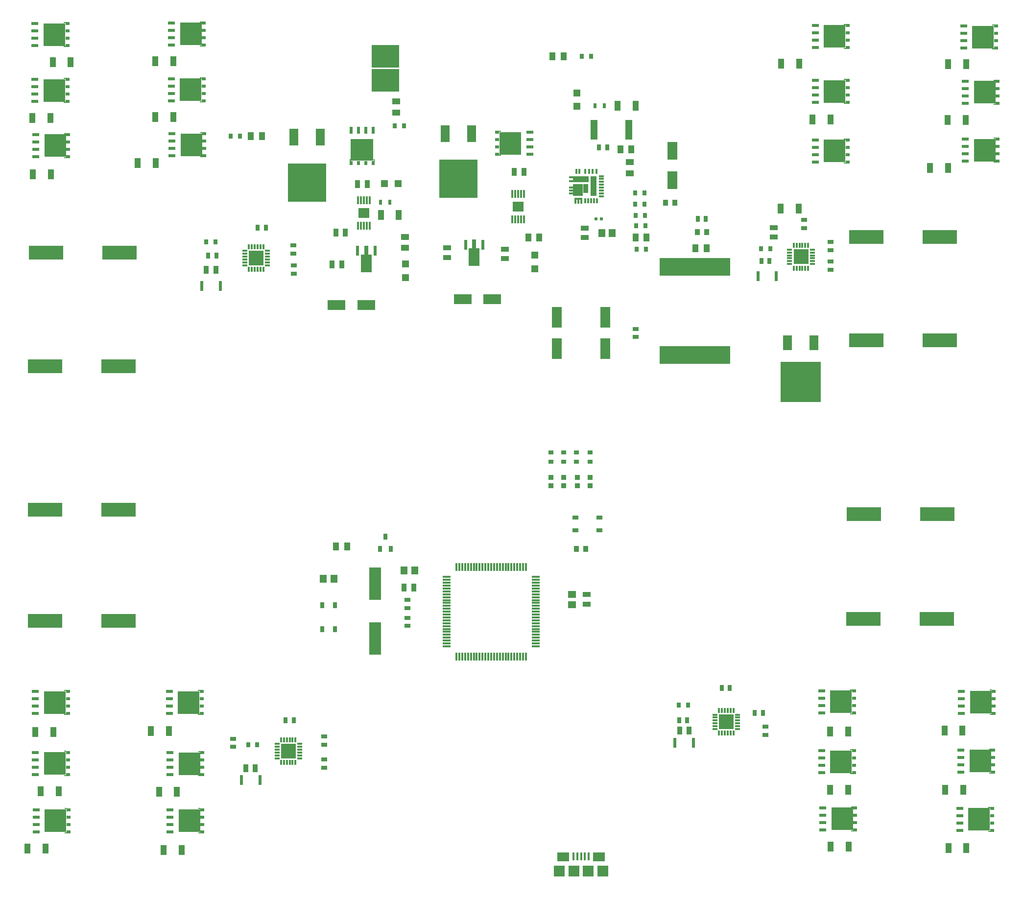
<source format=gtp>
G04 #@! TF.GenerationSoftware,KiCad,Pcbnew,7.0.8*
G04 #@! TF.CreationDate,2023-11-03T15:57:49-04:00*
G04 #@! TF.ProjectId,GoodBotControlBoard,476f6f64-426f-4744-936f-6e74726f6c42,rev?*
G04 #@! TF.SameCoordinates,Original*
G04 #@! TF.FileFunction,Paste,Top*
G04 #@! TF.FilePolarity,Positive*
%FSLAX46Y46*%
G04 Gerber Fmt 4.6, Leading zero omitted, Abs format (unit mm)*
G04 Created by KiCad (PCBNEW 7.0.8) date 2023-11-03 15:57:49*
%MOMM*%
%LPD*%
G01*
G04 APERTURE LIST*
%ADD10R,12.150000X3.050000*%
%ADD11R,0.800000X0.950000*%
%ADD12R,1.450000X1.000000*%
%ADD13R,4.850000X3.900000*%
%ADD14R,1.000000X1.450000*%
%ADD15R,1.050000X1.800000*%
%ADD16R,0.950000X1.000000*%
%ADD17R,0.990000X0.780000*%
%ADD18R,1.430000X0.940000*%
%ADD19R,1.800000X3.600000*%
%ADD20R,0.960000X1.390000*%
%ADD21R,0.620000X1.820000*%
%ADD22R,1.250000X3.350000*%
%ADD23R,0.350000X0.950000*%
%ADD24R,0.650000X0.350000*%
%ADD25R,0.350000X0.650000*%
%ADD26R,0.950000X0.350000*%
%ADD27R,1.100000X3.400000*%
%ADD28R,2.700000X1.100000*%
%ADD29R,1.730000X2.100000*%
%ADD30R,0.970000X1.520000*%
%ADD31R,1.350000X0.300000*%
%ADD32R,0.780000X0.990000*%
%ADD33R,0.600000X0.620000*%
%ADD34R,0.950000X0.800000*%
%ADD35R,0.900000X0.300000*%
%ADD36R,0.300000X0.900000*%
%ADD37R,2.600000X2.600000*%
%ADD38R,0.300000X1.425000*%
%ADD39R,1.880000X1.680000*%
%ADD40R,1.270000X0.610000*%
%ADD41R,0.710000X0.610000*%
%ADD42R,3.810000X3.910000*%
%ADD43R,0.310000X0.255000*%
%ADD44R,0.580000X1.730000*%
%ADD45R,0.760000X1.500000*%
%ADD46R,1.933000X3.030000*%
%ADD47R,0.950000X0.950000*%
%ADD48R,6.000000X2.350000*%
%ADD49R,3.150000X1.800000*%
%ADD50R,1.150000X1.450000*%
%ADD51R,0.650000X1.050000*%
%ADD52R,0.940000X1.430000*%
%ADD53R,1.050000X0.650000*%
%ADD54R,1.450000X1.150000*%
%ADD55R,0.650000X1.100000*%
%ADD56R,1.150000X1.150000*%
%ADD57R,1.390000X0.960000*%
%ADD58R,1.600000X3.000000*%
%ADD59R,6.700000X6.700000*%
%ADD60R,2.100000X5.600000*%
%ADD61R,0.540000X0.940000*%
%ADD62R,1.475000X0.300000*%
%ADD63R,0.300000X1.475000*%
%ADD64R,1.500000X2.500000*%
%ADD65R,7.000000X7.000000*%
%ADD66R,0.400000X1.350000*%
%ADD67R,2.100000X1.600000*%
%ADD68R,1.900000X1.900000*%
%ADD69R,0.610000X1.270000*%
%ADD70R,0.610000X0.710000*%
%ADD71R,3.910000X3.810000*%
%ADD72R,0.255000X0.310000*%
%ADD73R,1.800000X3.150000*%
G04 APERTURE END LIST*
D10*
G04 #@! TO.C,L1*
X149733000Y-76327000D03*
X149733000Y-61127000D03*
G04 #@! TD*
D11*
G04 #@! TO.C,R58*
X97904400Y-36728400D03*
X99504400Y-36728400D03*
G04 #@! TD*
D12*
G04 #@! TO.C,R57*
X98145600Y-34427200D03*
X98145600Y-32527200D03*
G04 #@! TD*
D13*
G04 #@! TO.C,R56*
X96215200Y-28888800D03*
X96215200Y-24688800D03*
G04 #@! TD*
D14*
G04 #@! TO.C,R55*
X89646800Y-109474000D03*
X87746800Y-109474000D03*
G04 #@! TD*
D15*
G04 #@! TO.C,R32*
X38837200Y-141528800D03*
X35737200Y-141528800D03*
G04 #@! TD*
G04 #@! TO.C,R31*
X58801600Y-141376400D03*
X55701600Y-141376400D03*
G04 #@! TD*
G04 #@! TO.C,R30*
X39751600Y-151841200D03*
X36651600Y-151841200D03*
G04 #@! TD*
G04 #@! TO.C,R29*
X60224000Y-151892000D03*
X57124000Y-151892000D03*
G04 #@! TD*
G04 #@! TO.C,R28*
X37465600Y-161696400D03*
X34365600Y-161696400D03*
G04 #@! TD*
G04 #@! TO.C,R27*
X57910800Y-162001200D03*
X61010800Y-162001200D03*
G04 #@! TD*
G04 #@! TO.C,R25*
X173176000Y-141478000D03*
X176276000Y-141478000D03*
G04 #@! TD*
G04 #@! TO.C,R24*
X192912400Y-141325600D03*
X196012400Y-141325600D03*
G04 #@! TD*
G04 #@! TO.C,R23*
X176276000Y-151587200D03*
X173176000Y-151587200D03*
G04 #@! TD*
G04 #@! TO.C,R22*
X193064800Y-151587200D03*
X196164800Y-151587200D03*
G04 #@! TD*
G04 #@! TO.C,R21*
X173226800Y-161340800D03*
X176326800Y-161340800D03*
G04 #@! TD*
G04 #@! TO.C,R20*
X193597600Y-161594800D03*
X196697600Y-161594800D03*
G04 #@! TD*
G04 #@! TO.C,R18*
X164692400Y-25958800D03*
X167792400Y-25958800D03*
G04 #@! TD*
G04 #@! TO.C,R17*
X193546800Y-26111200D03*
X196646800Y-26111200D03*
G04 #@! TD*
G04 #@! TO.C,R16*
X170103200Y-35661600D03*
X173203200Y-35661600D03*
G04 #@! TD*
G04 #@! TO.C,R15*
X193445200Y-35763200D03*
X196545200Y-35763200D03*
G04 #@! TD*
G04 #@! TO.C,R14*
X164601600Y-51037400D03*
X167701600Y-51037400D03*
G04 #@! TD*
G04 #@! TO.C,R13*
X190397200Y-43992800D03*
X193497200Y-43992800D03*
G04 #@! TD*
G04 #@! TO.C,R11*
X41834400Y-25755600D03*
X38734400Y-25755600D03*
G04 #@! TD*
G04 #@! TO.C,R10*
X53415600Y-43180000D03*
X56515600Y-43180000D03*
G04 #@! TD*
G04 #@! TO.C,R9*
X59563600Y-25603200D03*
X56463600Y-25603200D03*
G04 #@! TD*
G04 #@! TO.C,R8*
X38329200Y-35356800D03*
X35229200Y-35356800D03*
G04 #@! TD*
G04 #@! TO.C,R7*
X59589600Y-35255200D03*
X56489600Y-35255200D03*
G04 #@! TD*
G04 #@! TO.C,R6*
X38430800Y-45110400D03*
X35330800Y-45110400D03*
G04 #@! TD*
D16*
G04 #@! TO.C,C7*
X130911600Y-109880400D03*
X129311600Y-109880400D03*
G04 #@! TD*
D17*
G04 #@! TO.C,C24*
X173234200Y-58234200D03*
X173234200Y-56834200D03*
G04 #@! TD*
D11*
G04 #@! TO.C,R5*
X65277800Y-56804400D03*
X66877800Y-56804400D03*
G04 #@! TD*
D18*
G04 #@! TO.C,C58*
X106895000Y-57841000D03*
X106895000Y-59481000D03*
G04 #@! TD*
D19*
G04 #@! TO.C,C41*
X125895000Y-75241000D03*
X125895000Y-69841000D03*
G04 #@! TD*
D20*
G04 #@! TO.C,C28*
X148735400Y-141264600D03*
X147115400Y-141264600D03*
G04 #@! TD*
D21*
G04 #@! TO.C,C10*
X67715800Y-64404400D03*
X64515800Y-64404400D03*
G04 #@! TD*
D22*
G04 #@! TO.C,R37*
X138295000Y-37441000D03*
X132295000Y-37441000D03*
G04 #@! TD*
D23*
G04 #@! TO.C,IC7*
X132745000Y-44641000D03*
X132095000Y-44641000D03*
X131445000Y-44641000D03*
X130795000Y-44641000D03*
X129795000Y-44641000D03*
X129295000Y-44641000D03*
D24*
X128370000Y-45647000D03*
X128370000Y-46297000D03*
X128370000Y-47427000D03*
X128370000Y-47927000D03*
X128370000Y-48427000D03*
D25*
X129145000Y-49842000D03*
X129645000Y-49842000D03*
X130145000Y-49842000D03*
D23*
X130795000Y-49692000D03*
X131295000Y-49692000D03*
X131795000Y-49692000D03*
X132295000Y-49692000D03*
X132795000Y-49692000D03*
D26*
X133570000Y-48916000D03*
X133570000Y-48416000D03*
X133570000Y-47916000D03*
X133570000Y-47416000D03*
X133570000Y-46916000D03*
X133570000Y-46416000D03*
X133570000Y-45916000D03*
X133570000Y-45416000D03*
D27*
X132245000Y-47117000D03*
D28*
X130045000Y-45967000D03*
D29*
X129560000Y-47867000D03*
D30*
X130910000Y-47577000D03*
D31*
X129645000Y-49367000D03*
G04 #@! TD*
D11*
G04 #@! TO.C,R41*
X139662000Y-58039000D03*
X141262000Y-58039000D03*
G04 #@! TD*
D32*
G04 #@! TO.C,C31*
X155792400Y-133959600D03*
X154392400Y-133959600D03*
G04 #@! TD*
G04 #@! TO.C,C15*
X75578800Y-54356400D03*
X74178800Y-54356400D03*
G04 #@! TD*
D33*
G04 #@! TO.C,C51*
X132684000Y-52841000D03*
X133604000Y-52841000D03*
G04 #@! TD*
D34*
G04 #@! TO.C,R3*
X129280000Y-93195000D03*
X129280000Y-94795000D03*
G04 #@! TD*
D35*
G04 #@! TO.C,IC5*
X153220400Y-138556600D03*
X153220400Y-139056600D03*
X153220400Y-139556600D03*
X153220400Y-140056600D03*
X153220400Y-140556600D03*
X153220400Y-141056600D03*
D36*
X153920400Y-141756600D03*
X154420400Y-141756600D03*
X154920400Y-141756600D03*
X155420400Y-141756600D03*
X155920400Y-141756600D03*
X156420400Y-141756600D03*
D35*
X157120400Y-141056600D03*
X157120400Y-140556600D03*
X157120400Y-140056600D03*
X157120400Y-139556600D03*
X157120400Y-139056600D03*
X157120400Y-138556600D03*
D36*
X156420400Y-137856600D03*
X155920400Y-137856600D03*
X155420400Y-137856600D03*
X154920400Y-137856600D03*
X154420400Y-137856600D03*
X153920400Y-137856600D03*
D37*
X155170400Y-139806600D03*
G04 #@! TD*
D38*
G04 #@! TO.C,IC11*
X118195000Y-52893000D03*
X118695000Y-52893000D03*
X119195000Y-52893000D03*
X119695000Y-52893000D03*
X120195000Y-52893000D03*
X120195000Y-48469000D03*
X119695000Y-48469000D03*
X119195000Y-48469000D03*
X118695000Y-48469000D03*
X118195000Y-48469000D03*
D39*
X119195000Y-50681000D03*
G04 #@! TD*
D11*
G04 #@! TO.C,R39*
X139497000Y-52197000D03*
X141097000Y-52197000D03*
G04 #@! TD*
D35*
G04 #@! TO.C,IC3*
X71932800Y-58358400D03*
X71932800Y-58858400D03*
X71932800Y-59358400D03*
X71932800Y-59858400D03*
X71932800Y-60358400D03*
X71932800Y-60858400D03*
D36*
X72632800Y-61558400D03*
X73132800Y-61558400D03*
X73632800Y-61558400D03*
X74132800Y-61558400D03*
X74632800Y-61558400D03*
X75132800Y-61558400D03*
D35*
X75832800Y-60858400D03*
X75832800Y-60358400D03*
X75832800Y-59858400D03*
X75832800Y-59358400D03*
X75832800Y-58858400D03*
X75832800Y-58358400D03*
D36*
X75132800Y-57658400D03*
X74632800Y-57658400D03*
X74132800Y-57658400D03*
X73632800Y-57658400D03*
X73132800Y-57658400D03*
X72632800Y-57658400D03*
D37*
X73882800Y-59608400D03*
G04 #@! TD*
D20*
G04 #@! TO.C,C12*
X66925800Y-61595400D03*
X65305800Y-61595400D03*
G04 #@! TD*
D40*
G04 #@! TO.C,Q7*
X196219000Y-19486000D03*
X196219000Y-20756000D03*
X196219000Y-22026000D03*
X196219000Y-23296000D03*
D41*
X201839000Y-23296000D03*
X201839000Y-22026000D03*
X201839000Y-20756000D03*
X201839000Y-19486000D03*
D42*
X199579000Y-21391000D03*
D43*
X201329000Y-23474000D03*
X201329000Y-19308000D03*
G04 #@! TD*
D44*
G04 #@! TO.C,IC8*
X94448200Y-58339600D03*
D45*
X92948200Y-58224600D03*
D44*
X91448200Y-58339600D03*
D46*
X92948200Y-60489600D03*
G04 #@! TD*
D47*
G04 #@! TO.C,LED2*
X127080000Y-97495000D03*
X127080000Y-98995000D03*
G04 #@! TD*
D48*
G04 #@! TO.C,C29*
X191583000Y-122006000D03*
X178883000Y-122006000D03*
G04 #@! TD*
D49*
G04 #@! TO.C,C53*
X92917400Y-67703200D03*
X87817400Y-67703200D03*
G04 #@! TD*
D50*
G04 #@! TO.C,C5*
X87345000Y-115050000D03*
X85545000Y-115050000D03*
G04 #@! TD*
D34*
G04 #@! TO.C,R4*
X131680000Y-93195000D03*
X131680000Y-94795000D03*
G04 #@! TD*
D17*
G04 #@! TO.C,C30*
X161950400Y-142025600D03*
X161950400Y-140625600D03*
G04 #@! TD*
D15*
G04 #@! TO.C,R50*
X98562200Y-52158400D03*
X95462200Y-52158400D03*
G04 #@! TD*
D51*
G04 #@! TO.C,S1*
X87495000Y-119650000D03*
X87495000Y-123800000D03*
X85345000Y-119650000D03*
X85345000Y-123800000D03*
G04 #@! TD*
D32*
G04 #@! TO.C,C32*
X160107400Y-138277600D03*
X161507400Y-138277600D03*
G04 #@! TD*
D17*
G04 #@! TO.C,C14*
X80401800Y-62295400D03*
X80401800Y-60895400D03*
G04 #@! TD*
D50*
G04 #@! TO.C,C4*
X101295000Y-113600000D03*
X99495000Y-113600000D03*
G04 #@! TD*
D19*
G04 #@! TO.C,C42*
X134295000Y-75241000D03*
X134295000Y-69841000D03*
G04 #@! TD*
D14*
G04 #@! TO.C,R35*
X151765000Y-57912000D03*
X149865000Y-57912000D03*
G04 #@! TD*
D32*
G04 #@! TO.C,C45*
X150238000Y-52832000D03*
X151638000Y-52832000D03*
G04 #@! TD*
D21*
G04 #@! TO.C,C34*
X74596000Y-149884000D03*
X71396000Y-149884000D03*
G04 #@! TD*
D34*
G04 #@! TO.C,R2*
X127080000Y-93195000D03*
X127080000Y-94795000D03*
G04 #@! TD*
D40*
G04 #@! TO.C,Q4*
X59218000Y-28597000D03*
X59218000Y-29867000D03*
X59218000Y-31137000D03*
X59218000Y-32407000D03*
D41*
X64838000Y-32407000D03*
X64838000Y-31137000D03*
X64838000Y-29867000D03*
X64838000Y-28597000D03*
D42*
X62578000Y-30502000D03*
D43*
X64328000Y-32585000D03*
X64328000Y-28419000D03*
G04 #@! TD*
D14*
G04 #@! TO.C,R43*
X127035600Y-24739600D03*
X125135600Y-24739600D03*
G04 #@! TD*
D11*
G04 #@! TO.C,R46*
X71120000Y-38481000D03*
X69520000Y-38481000D03*
G04 #@! TD*
D52*
G04 #@! TO.C,C60*
X118555000Y-44681000D03*
X120195000Y-44681000D03*
G04 #@! TD*
D35*
G04 #@! TO.C,IC6*
X77512000Y-143599000D03*
X77512000Y-144099000D03*
X77512000Y-144599000D03*
X77512000Y-145099000D03*
X77512000Y-145599000D03*
X77512000Y-146099000D03*
D36*
X78212000Y-146799000D03*
X78712000Y-146799000D03*
X79212000Y-146799000D03*
X79712000Y-146799000D03*
X80212000Y-146799000D03*
X80712000Y-146799000D03*
D35*
X81412000Y-146099000D03*
X81412000Y-145599000D03*
X81412000Y-145099000D03*
X81412000Y-144599000D03*
X81412000Y-144099000D03*
X81412000Y-143599000D03*
D36*
X80712000Y-142899000D03*
X80212000Y-142899000D03*
X79712000Y-142899000D03*
X79212000Y-142899000D03*
X78712000Y-142899000D03*
X78212000Y-142899000D03*
D37*
X79462000Y-144849000D03*
G04 #@! TD*
D48*
G04 #@! TO.C,C37*
X50133000Y-122315000D03*
X37433000Y-122315000D03*
G04 #@! TD*
D11*
G04 #@! TO.C,R33*
X139624000Y-53975000D03*
X141224000Y-53975000D03*
G04 #@! TD*
D18*
G04 #@! TO.C,C8*
X131064000Y-117805200D03*
X131064000Y-119445200D03*
G04 #@! TD*
D53*
G04 #@! TO.C,S2*
X129098400Y-104495600D03*
X133248400Y-104495600D03*
X129098400Y-106645600D03*
X133248400Y-106645600D03*
G04 #@! TD*
D40*
G04 #@! TO.C,Q18*
X171866000Y-154645000D03*
X171866000Y-155915000D03*
X171866000Y-157185000D03*
X171866000Y-158455000D03*
D41*
X177486000Y-158455000D03*
X177486000Y-157185000D03*
X177486000Y-155915000D03*
X177486000Y-154645000D03*
D42*
X175226000Y-156550000D03*
D43*
X176976000Y-158633000D03*
X176976000Y-154467000D03*
G04 #@! TD*
D47*
G04 #@! TO.C,LED1*
X124880000Y-97495000D03*
X124880000Y-98995000D03*
G04 #@! TD*
D54*
G04 #@! TO.C,C6*
X128524000Y-117729000D03*
X128524000Y-119529000D03*
G04 #@! TD*
D18*
G04 #@! TO.C,C44*
X130695000Y-56081000D03*
X130695000Y-54441000D03*
G04 #@! TD*
D55*
G04 #@! TO.C,IC1*
X95285000Y-109900000D03*
X97205000Y-109900000D03*
X96245000Y-107800000D03*
G04 #@! TD*
D56*
G04 #@! TO.C,R53*
X129345000Y-31041000D03*
X129345000Y-33391000D03*
G04 #@! TD*
D14*
G04 #@! TO.C,R34*
X141412000Y-56007000D03*
X139512000Y-56007000D03*
G04 #@! TD*
D12*
G04 #@! TO.C,R38*
X138495000Y-44941000D03*
X138495000Y-43041000D03*
G04 #@! TD*
D40*
G04 #@! TO.C,Q5*
X59345000Y-38122000D03*
X59345000Y-39392000D03*
X59345000Y-40662000D03*
X59345000Y-41932000D03*
D41*
X64965000Y-41932000D03*
X64965000Y-40662000D03*
X64965000Y-39392000D03*
X64965000Y-38122000D03*
D42*
X62705000Y-40027000D03*
D43*
X64455000Y-42110000D03*
X64455000Y-37944000D03*
G04 #@! TD*
D18*
G04 #@! TO.C,C55*
X116895000Y-59721000D03*
X116895000Y-58081000D03*
G04 #@! TD*
D32*
G04 #@! TO.C,C46*
X133195000Y-40441000D03*
X134595000Y-40441000D03*
G04 #@! TD*
D40*
G04 #@! TO.C,Q23*
X58993000Y-154975000D03*
X58993000Y-156245000D03*
X58993000Y-157515000D03*
X58993000Y-158785000D03*
D41*
X64613000Y-158785000D03*
X64613000Y-157515000D03*
X64613000Y-156245000D03*
X64613000Y-154975000D03*
D42*
X62353000Y-156880000D03*
D43*
X64103000Y-158963000D03*
X64103000Y-154797000D03*
G04 #@! TD*
D17*
G04 #@! TO.C,C16*
X80339800Y-58804400D03*
X80339800Y-57404400D03*
G04 #@! TD*
D57*
G04 #@! TO.C,C20*
X163437200Y-55945200D03*
X163437200Y-54325200D03*
G04 #@! TD*
D40*
G04 #@! TO.C,Q21*
X35742000Y-145069000D03*
X35742000Y-146339000D03*
X35742000Y-147609000D03*
X35742000Y-148879000D03*
D41*
X41362000Y-148879000D03*
X41362000Y-147609000D03*
X41362000Y-146339000D03*
X41362000Y-145069000D03*
D42*
X39102000Y-146974000D03*
D43*
X40852000Y-149057000D03*
X40852000Y-144891000D03*
G04 #@! TD*
D17*
G04 #@! TO.C,C1*
X100095000Y-121800000D03*
X100095000Y-123200000D03*
G04 #@! TD*
D58*
G04 #@! TO.C,D4*
X84998000Y-38685000D03*
D59*
X82712000Y-46535000D03*
D58*
X80426000Y-38685000D03*
G04 #@! TD*
D40*
G04 #@! TO.C,Q2*
X35671000Y-19063000D03*
X35671000Y-20333000D03*
X35671000Y-21603000D03*
X35671000Y-22873000D03*
D41*
X41291000Y-22873000D03*
X41291000Y-21603000D03*
X41291000Y-20333000D03*
X41291000Y-19063000D03*
D42*
X39031000Y-20968000D03*
D43*
X40781000Y-23051000D03*
X40781000Y-18885000D03*
G04 #@! TD*
D60*
G04 #@! TO.C,Y1*
X94495000Y-115900000D03*
X94495000Y-125400000D03*
G04 #@! TD*
D52*
G04 #@! TO.C,C3*
X101135000Y-116600000D03*
X99495000Y-116600000D03*
G04 #@! TD*
G04 #@! TO.C,C54*
X89305000Y-55155600D03*
X87665000Y-55155600D03*
G04 #@! TD*
D17*
G04 #@! TO.C,C40*
X85665000Y-143726000D03*
X85665000Y-142326000D03*
G04 #@! TD*
D40*
G04 #@! TO.C,Q20*
X35742000Y-134528000D03*
X35742000Y-135798000D03*
X35742000Y-137068000D03*
X35742000Y-138338000D03*
D41*
X41362000Y-138338000D03*
X41362000Y-137068000D03*
X41362000Y-135798000D03*
X41362000Y-134528000D03*
D42*
X39102000Y-136433000D03*
D43*
X40852000Y-138516000D03*
X40852000Y-134350000D03*
G04 #@! TD*
D52*
G04 #@! TO.C,C57*
X91460600Y-46824400D03*
X93100600Y-46824400D03*
G04 #@! TD*
D32*
G04 #@! TO.C,C9*
X67007800Y-59204400D03*
X65607800Y-59204400D03*
G04 #@! TD*
D61*
G04 #@! TO.C,C61*
X134095000Y-33241000D03*
X132495000Y-33241000D03*
G04 #@! TD*
D35*
G04 #@! TO.C,IC4*
X166147200Y-58135200D03*
X166147200Y-58635200D03*
X166147200Y-59135200D03*
X166147200Y-59635200D03*
X166147200Y-60135200D03*
X166147200Y-60635200D03*
D36*
X166847200Y-61335200D03*
X167347200Y-61335200D03*
X167847200Y-61335200D03*
X168347200Y-61335200D03*
X168847200Y-61335200D03*
X169347200Y-61335200D03*
D35*
X170047200Y-60635200D03*
X170047200Y-60135200D03*
X170047200Y-59635200D03*
X170047200Y-59135200D03*
X170047200Y-58635200D03*
X170047200Y-58135200D03*
D36*
X169347200Y-57435200D03*
X168847200Y-57435200D03*
X168347200Y-57435200D03*
X167847200Y-57435200D03*
X167347200Y-57435200D03*
X166847200Y-57435200D03*
D37*
X168097200Y-59385200D03*
G04 #@! TD*
D16*
G04 #@! TO.C,C50*
X144695000Y-50041000D03*
X146295000Y-50041000D03*
G04 #@! TD*
D56*
G04 #@! TO.C,R47*
X99755400Y-62992000D03*
X99755400Y-60642000D03*
G04 #@! TD*
D17*
G04 #@! TO.C,C23*
X168666200Y-54393200D03*
X168666200Y-52993200D03*
G04 #@! TD*
D32*
G04 #@! TO.C,C39*
X80396000Y-139535000D03*
X78996000Y-139535000D03*
G04 #@! TD*
D11*
G04 #@! TO.C,R26*
X72508000Y-143788000D03*
X74108000Y-143788000D03*
G04 #@! TD*
D12*
G04 #@! TO.C,R48*
X99653800Y-57832800D03*
X99653800Y-55932800D03*
G04 #@! TD*
D11*
G04 #@! TO.C,R44*
X130235600Y-24739600D03*
X131835600Y-24739600D03*
G04 #@! TD*
D40*
G04 #@! TO.C,Q22*
X58995000Y-145120000D03*
X58995000Y-146390000D03*
X58995000Y-147660000D03*
X58995000Y-148930000D03*
D41*
X64615000Y-148930000D03*
X64615000Y-147660000D03*
X64615000Y-146390000D03*
X64615000Y-145120000D03*
D42*
X62355000Y-147025000D03*
D43*
X64105000Y-149108000D03*
X64105000Y-144942000D03*
G04 #@! TD*
D17*
G04 #@! TO.C,C38*
X85665000Y-147725000D03*
X85665000Y-146325000D03*
G04 #@! TD*
D40*
G04 #@! TO.C,Q17*
X195550000Y-154762000D03*
X195550000Y-156032000D03*
X195550000Y-157302000D03*
X195550000Y-158572000D03*
D41*
X201170000Y-158572000D03*
X201170000Y-157302000D03*
X201170000Y-156032000D03*
X201170000Y-154762000D03*
D42*
X198910000Y-156667000D03*
D43*
X200660000Y-158750000D03*
X200660000Y-154584000D03*
G04 #@! TD*
D17*
G04 #@! TO.C,C22*
X173234200Y-61601200D03*
X173234200Y-60201200D03*
G04 #@! TD*
D40*
G04 #@! TO.C,Q1*
X59250000Y-18945000D03*
X59250000Y-20215000D03*
X59250000Y-21485000D03*
X59250000Y-22755000D03*
D41*
X64870000Y-22755000D03*
X64870000Y-21485000D03*
X64870000Y-20215000D03*
X64870000Y-18945000D03*
D42*
X62610000Y-20850000D03*
D43*
X64360000Y-22933000D03*
X64360000Y-18767000D03*
G04 #@! TD*
D11*
G04 #@! TO.C,R19*
X146960400Y-136880600D03*
X148560400Y-136880600D03*
G04 #@! TD*
D32*
G04 #@! TO.C,C17*
X162647200Y-60135200D03*
X161247200Y-60135200D03*
G04 #@! TD*
D48*
G04 #@! TO.C,C21*
X192060000Y-73842000D03*
X179360000Y-73842000D03*
G04 #@! TD*
D61*
G04 #@! TO.C,C59*
X97050200Y-49974000D03*
X95450200Y-49974000D03*
G04 #@! TD*
D40*
G04 #@! TO.C,Q11*
X196505000Y-39044000D03*
X196505000Y-40314000D03*
X196505000Y-41584000D03*
X196505000Y-42854000D03*
D41*
X202125000Y-42854000D03*
X202125000Y-41584000D03*
X202125000Y-40314000D03*
X202125000Y-39044000D03*
D42*
X199865000Y-40949000D03*
D43*
X201615000Y-43032000D03*
X201615000Y-38866000D03*
G04 #@! TD*
D47*
G04 #@! TO.C,LED4*
X131680000Y-97495000D03*
X131680000Y-98995000D03*
G04 #@! TD*
D48*
G04 #@! TO.C,C19*
X192060000Y-55935000D03*
X179360000Y-55935000D03*
G04 #@! TD*
D62*
G04 #@! TO.C,IC2*
X106807000Y-114738000D03*
X106807000Y-115238000D03*
X106807000Y-115738000D03*
X106807000Y-116238000D03*
X106807000Y-116738000D03*
X106807000Y-117238000D03*
X106807000Y-117738000D03*
X106807000Y-118238000D03*
X106807000Y-118738000D03*
X106807000Y-119238000D03*
X106807000Y-119738000D03*
X106807000Y-120238000D03*
X106807000Y-120738000D03*
X106807000Y-121238000D03*
X106807000Y-121738000D03*
X106807000Y-122238000D03*
X106807000Y-122738000D03*
X106807000Y-123238000D03*
X106807000Y-123738000D03*
X106807000Y-124238000D03*
X106807000Y-124738000D03*
X106807000Y-125238000D03*
X106807000Y-125738000D03*
X106807000Y-126238000D03*
X106807000Y-126738000D03*
D63*
X108545000Y-128476000D03*
X109045000Y-128476000D03*
X109545000Y-128476000D03*
X110045000Y-128476000D03*
X110545000Y-128476000D03*
X111045000Y-128476000D03*
X111545000Y-128476000D03*
X112045000Y-128476000D03*
X112545000Y-128476000D03*
X113045000Y-128476000D03*
X113545000Y-128476000D03*
X114045000Y-128476000D03*
X114545000Y-128476000D03*
X115045000Y-128476000D03*
X115545000Y-128476000D03*
X116045000Y-128476000D03*
X116545000Y-128476000D03*
X117045000Y-128476000D03*
X117545000Y-128476000D03*
X118045000Y-128476000D03*
X118545000Y-128476000D03*
X119045000Y-128476000D03*
X119545000Y-128476000D03*
X120045000Y-128476000D03*
X120545000Y-128476000D03*
D62*
X122283000Y-126738000D03*
X122283000Y-126238000D03*
X122283000Y-125738000D03*
X122283000Y-125238000D03*
X122283000Y-124738000D03*
X122283000Y-124238000D03*
X122283000Y-123738000D03*
X122283000Y-123238000D03*
X122283000Y-122738000D03*
X122283000Y-122238000D03*
X122283000Y-121738000D03*
X122283000Y-121238000D03*
X122283000Y-120738000D03*
X122283000Y-120238000D03*
X122283000Y-119738000D03*
X122283000Y-119238000D03*
X122283000Y-118738000D03*
X122283000Y-118238000D03*
X122283000Y-117738000D03*
X122283000Y-117238000D03*
X122283000Y-116738000D03*
X122283000Y-116238000D03*
X122283000Y-115738000D03*
X122283000Y-115238000D03*
X122283000Y-114738000D03*
D63*
X120545000Y-113000000D03*
X120045000Y-113000000D03*
X119545000Y-113000000D03*
X119045000Y-113000000D03*
X118545000Y-113000000D03*
X118045000Y-113000000D03*
X117545000Y-113000000D03*
X117045000Y-113000000D03*
X116545000Y-113000000D03*
X116045000Y-113000000D03*
X115545000Y-113000000D03*
X115045000Y-113000000D03*
X114545000Y-113000000D03*
X114045000Y-113000000D03*
X113545000Y-113000000D03*
X113045000Y-113000000D03*
X112545000Y-113000000D03*
X112045000Y-113000000D03*
X111545000Y-113000000D03*
X111045000Y-113000000D03*
X110545000Y-113000000D03*
X110045000Y-113000000D03*
X109545000Y-113000000D03*
X109045000Y-113000000D03*
X108545000Y-113000000D03*
G04 #@! TD*
D64*
G04 #@! TO.C,D1*
X170331200Y-74210200D03*
D65*
X168031200Y-81060200D03*
D64*
X165731200Y-74210200D03*
G04 #@! TD*
D14*
G04 #@! TO.C,R52*
X122845000Y-56041000D03*
X120945000Y-56041000D03*
G04 #@! TD*
D15*
G04 #@! TO.C,R54*
X136395000Y-33241000D03*
X139495000Y-33241000D03*
G04 #@! TD*
D14*
G04 #@! TO.C,R36*
X138795000Y-40841000D03*
X136895000Y-40841000D03*
G04 #@! TD*
D40*
G04 #@! TO.C,Q6*
X35798000Y-38240000D03*
X35798000Y-39510000D03*
X35798000Y-40780000D03*
X35798000Y-42050000D03*
D41*
X41418000Y-42050000D03*
X41418000Y-40780000D03*
X41418000Y-39510000D03*
X41418000Y-38240000D03*
D42*
X39158000Y-40145000D03*
D43*
X40908000Y-42228000D03*
X40908000Y-38062000D03*
G04 #@! TD*
D11*
G04 #@! TO.C,R12*
X161174200Y-57976200D03*
X162774200Y-57976200D03*
G04 #@! TD*
D50*
G04 #@! TO.C,C49*
X135495000Y-55241000D03*
X133695000Y-55241000D03*
G04 #@! TD*
D34*
G04 #@! TO.C,R1*
X124880000Y-93195000D03*
X124880000Y-94795000D03*
G04 #@! TD*
D58*
G04 #@! TO.C,D3*
X111160000Y-38050000D03*
D59*
X108874000Y-45900000D03*
D58*
X106588000Y-38050000D03*
G04 #@! TD*
D52*
G04 #@! TO.C,C52*
X88688200Y-60692800D03*
X87048200Y-60692800D03*
G04 #@! TD*
D40*
G04 #@! TO.C,Q8*
X170565000Y-19359000D03*
X170565000Y-20629000D03*
X170565000Y-21899000D03*
X170565000Y-23169000D03*
D41*
X176185000Y-23169000D03*
X176185000Y-21899000D03*
X176185000Y-20629000D03*
X176185000Y-19359000D03*
D42*
X173925000Y-21264000D03*
D43*
X175675000Y-23347000D03*
X175675000Y-19181000D03*
G04 #@! TD*
D40*
G04 #@! TO.C,Q9*
X170565000Y-28884000D03*
X170565000Y-30154000D03*
X170565000Y-31424000D03*
X170565000Y-32694000D03*
D41*
X176185000Y-32694000D03*
X176185000Y-31424000D03*
X176185000Y-30154000D03*
X176185000Y-28884000D03*
D42*
X173925000Y-30789000D03*
D43*
X175675000Y-32872000D03*
X175675000Y-28706000D03*
G04 #@! TD*
D16*
G04 #@! TO.C,C47*
X151765000Y-55112000D03*
X150165000Y-55112000D03*
G04 #@! TD*
D66*
G04 #@! TO.C,J4*
X128785000Y-163058000D03*
X129435000Y-163058000D03*
X130085000Y-163058000D03*
X130735000Y-163058000D03*
X131385000Y-163058000D03*
D67*
X126985000Y-163183000D03*
X133185000Y-163183000D03*
D68*
X128885000Y-165608000D03*
X131285000Y-165608000D03*
X126285000Y-165608000D03*
X133885000Y-165608000D03*
G04 #@! TD*
D48*
G04 #@! TO.C,C35*
X50133000Y-103138000D03*
X37433000Y-103138000D03*
G04 #@! TD*
D21*
G04 #@! TO.C,C26*
X149474400Y-143423600D03*
X146274400Y-143423600D03*
G04 #@! TD*
D48*
G04 #@! TO.C,C13*
X50095000Y-78275000D03*
X37395000Y-78275000D03*
G04 #@! TD*
G04 #@! TO.C,C11*
X50295000Y-58650000D03*
X37595000Y-58650000D03*
G04 #@! TD*
D44*
G04 #@! TO.C,IC10*
X113115800Y-57277800D03*
D45*
X111615800Y-57162800D03*
D44*
X110115800Y-57277800D03*
D46*
X111615800Y-59427800D03*
G04 #@! TD*
D21*
G04 #@! TO.C,C18*
X163847200Y-62735200D03*
X160647200Y-62735200D03*
G04 #@! TD*
D20*
G04 #@! TO.C,C36*
X73727000Y-147852000D03*
X72107000Y-147852000D03*
G04 #@! TD*
D56*
G04 #@! TO.C,R51*
X122095000Y-61441000D03*
X122095000Y-59091000D03*
G04 #@! TD*
D40*
G04 #@! TO.C,Q14*
X171674000Y-134442000D03*
X171674000Y-135712000D03*
X171674000Y-136982000D03*
X171674000Y-138252000D03*
D41*
X177294000Y-138252000D03*
X177294000Y-136982000D03*
X177294000Y-135712000D03*
X177294000Y-134442000D03*
D42*
X175034000Y-136347000D03*
D43*
X176784000Y-138430000D03*
X176784000Y-134264000D03*
G04 #@! TD*
D11*
G04 #@! TO.C,R42*
X139459000Y-50292000D03*
X141059000Y-50292000D03*
G04 #@! TD*
D40*
G04 #@! TO.C,Q19*
X58898000Y-134528000D03*
X58898000Y-135798000D03*
X58898000Y-137068000D03*
X58898000Y-138338000D03*
D41*
X64518000Y-138338000D03*
X64518000Y-137068000D03*
X64518000Y-135798000D03*
X64518000Y-134528000D03*
D42*
X62258000Y-136433000D03*
D43*
X64008000Y-138516000D03*
X64008000Y-134350000D03*
G04 #@! TD*
D17*
G04 #@! TO.C,C33*
X69917000Y-144107000D03*
X69917000Y-142707000D03*
G04 #@! TD*
D32*
G04 #@! TO.C,C25*
X148433400Y-139486600D03*
X147033400Y-139486600D03*
G04 #@! TD*
D49*
G04 #@! TO.C,C56*
X109595000Y-66681000D03*
X114695000Y-66681000D03*
G04 #@! TD*
D40*
G04 #@! TO.C,Q13*
X195818000Y-134493000D03*
X195818000Y-135763000D03*
X195818000Y-137033000D03*
X195818000Y-138303000D03*
D41*
X201438000Y-138303000D03*
X201438000Y-137033000D03*
X201438000Y-135763000D03*
X201438000Y-134493000D03*
D42*
X199178000Y-136398000D03*
D43*
X200928000Y-138481000D03*
X200928000Y-134315000D03*
G04 #@! TD*
D17*
G04 #@! TO.C,C43*
X139495000Y-73241000D03*
X139495000Y-71841000D03*
G04 #@! TD*
D14*
G04 #@! TO.C,R45*
X72995000Y-38481000D03*
X74895000Y-38481000D03*
G04 #@! TD*
D47*
G04 #@! TO.C,LED3*
X129480000Y-97495000D03*
X129480000Y-98995000D03*
G04 #@! TD*
D40*
G04 #@! TO.C,Q26*
X121200200Y-41681000D03*
X121200200Y-40411000D03*
X121200200Y-39141000D03*
X121200200Y-37871000D03*
D41*
X115580200Y-37871000D03*
X115580200Y-39141000D03*
X115580200Y-40411000D03*
X115580200Y-41681000D03*
D42*
X117840200Y-39776000D03*
D43*
X116090200Y-37693000D03*
X116090200Y-41859000D03*
G04 #@! TD*
D69*
G04 #@! TO.C,Q25*
X94107000Y-37534000D03*
X92837000Y-37534000D03*
X91567000Y-37534000D03*
X90297000Y-37534000D03*
D70*
X90297000Y-43154000D03*
X91567000Y-43154000D03*
X92837000Y-43154000D03*
X94107000Y-43154000D03*
D71*
X92202000Y-40894000D03*
D72*
X90119000Y-42644000D03*
X94285000Y-42644000D03*
G04 #@! TD*
D40*
G04 #@! TO.C,Q12*
X170565000Y-39171000D03*
X170565000Y-40441000D03*
X170565000Y-41711000D03*
X170565000Y-42981000D03*
D41*
X176185000Y-42981000D03*
X176185000Y-41711000D03*
X176185000Y-40441000D03*
X176185000Y-39171000D03*
D42*
X173925000Y-41076000D03*
D43*
X175675000Y-43159000D03*
X175675000Y-38993000D03*
G04 #@! TD*
D56*
G04 #@! TO.C,R49*
X96084600Y-46722800D03*
X98434600Y-46722800D03*
G04 #@! TD*
D43*
G04 #@! TO.C,Q15*
X176782000Y-144602000D03*
X176782000Y-148768000D03*
D42*
X175032000Y-146685000D03*
D41*
X177292000Y-144780000D03*
X177292000Y-146050000D03*
X177292000Y-147320000D03*
X177292000Y-148590000D03*
D40*
X171672000Y-148590000D03*
X171672000Y-147320000D03*
X171672000Y-146050000D03*
X171672000Y-144780000D03*
G04 #@! TD*
D11*
G04 #@! TO.C,R40*
X139406000Y-48371000D03*
X141006000Y-48371000D03*
G04 #@! TD*
D40*
G04 #@! TO.C,Q3*
X35671000Y-28715000D03*
X35671000Y-29985000D03*
X35671000Y-31255000D03*
X35671000Y-32525000D03*
D41*
X41291000Y-32525000D03*
X41291000Y-31255000D03*
X41291000Y-29985000D03*
X41291000Y-28715000D03*
D42*
X39031000Y-30620000D03*
D43*
X40781000Y-32703000D03*
X40781000Y-28537000D03*
G04 #@! TD*
D73*
G04 #@! TO.C,C48*
X145895000Y-41041000D03*
X145895000Y-46141000D03*
G04 #@! TD*
D38*
G04 #@! TO.C,IC9*
X91507000Y-54017000D03*
X92007000Y-54017000D03*
X92507000Y-54017000D03*
X93007000Y-54017000D03*
X93507000Y-54017000D03*
X93507000Y-49593000D03*
X93007000Y-49593000D03*
X92507000Y-49593000D03*
X92007000Y-49593000D03*
X91507000Y-49593000D03*
D39*
X92507000Y-51805000D03*
G04 #@! TD*
D48*
G04 #@! TO.C,C27*
X191710000Y-103845000D03*
X179010000Y-103845000D03*
G04 #@! TD*
D40*
G04 #@! TO.C,Q10*
X196505000Y-29011000D03*
X196505000Y-30281000D03*
X196505000Y-31551000D03*
X196505000Y-32821000D03*
D41*
X202125000Y-32821000D03*
X202125000Y-31551000D03*
X202125000Y-30281000D03*
X202125000Y-29011000D03*
D42*
X199865000Y-30916000D03*
D43*
X201615000Y-32999000D03*
X201615000Y-28833000D03*
G04 #@! TD*
D40*
G04 #@! TO.C,Q16*
X195744000Y-144663000D03*
X195744000Y-145933000D03*
X195744000Y-147203000D03*
X195744000Y-148473000D03*
D41*
X201364000Y-148473000D03*
X201364000Y-147203000D03*
X201364000Y-145933000D03*
X201364000Y-144663000D03*
D42*
X199104000Y-146568000D03*
D43*
X200854000Y-148651000D03*
X200854000Y-144485000D03*
G04 #@! TD*
D40*
G04 #@! TO.C,Q24*
X35869000Y-154975000D03*
X35869000Y-156245000D03*
X35869000Y-157515000D03*
X35869000Y-158785000D03*
D41*
X41489000Y-158785000D03*
X41489000Y-157515000D03*
X41489000Y-156245000D03*
X41489000Y-154975000D03*
D42*
X39229000Y-156880000D03*
D43*
X40979000Y-158963000D03*
X40979000Y-154797000D03*
G04 #@! TD*
D17*
G04 #@! TO.C,C2*
X100095000Y-120100000D03*
X100095000Y-118700000D03*
G04 #@! TD*
M02*

</source>
